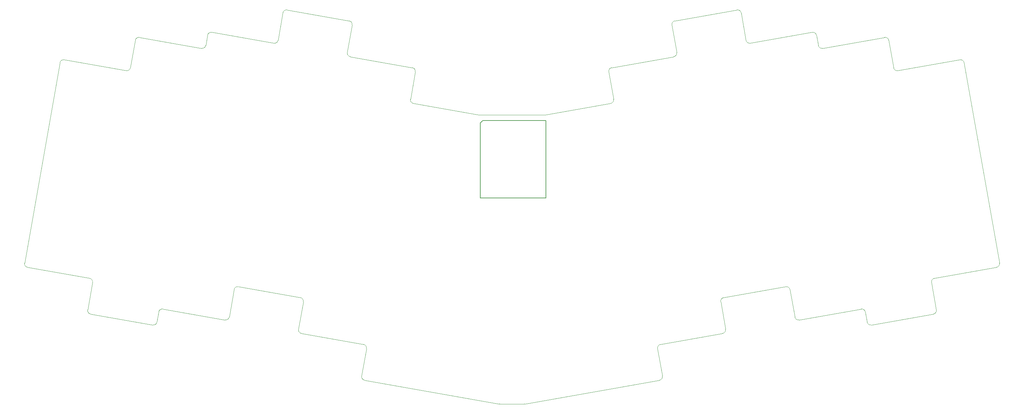
<source format=gbr>
%TF.GenerationSoftware,KiCad,Pcbnew,7.0.5*%
%TF.CreationDate,2023-10-19T00:16:17+09:00*%
%TF.ProjectId,keyboard_011 rev.2.0,6b657962-6f61-4726-945f-303131207265,Rev.2.0*%
%TF.SameCoordinates,Original*%
%TF.FileFunction,Profile,NP*%
%FSLAX46Y46*%
G04 Gerber Fmt 4.6, Leading zero omitted, Abs format (unit mm)*
G04 Created by KiCad (PCBNEW 7.0.5) date 2023-10-19 00:16:17*
%MOMM*%
%LPD*%
G01*
G04 APERTURE LIST*
%TA.AperFunction,Profile*%
%ADD10C,0.100000*%
%TD*%
%ADD11C,0.127000*%
G04 APERTURE END LIST*
D10*
X27264428Y5883837D02*
G75*
G03*
X26453390Y7042259I-984628J173763D01*
G01*
X123761286Y-15373068D02*
G75*
G03*
X124572463Y-14214685I-173586J984768D01*
G01*
X-47446513Y15237865D02*
X-30655570Y12277741D01*
X206318384Y70708434D02*
X215894751Y16396319D01*
X-30339598Y2549251D02*
X-13550056Y-411434D01*
X159133187Y9193072D02*
G75*
G03*
X157974611Y10004202I-984887J-173772D01*
G01*
X56790866Y69396972D02*
X40000973Y72357417D01*
X185903828Y76781520D02*
G75*
G03*
X184745330Y77592672I-984928J-173820D01*
G01*
X43064524Y-14214674D02*
G75*
G03*
X43875747Y-15373136I984976J-173526D01*
G01*
X110846178Y69396994D02*
G75*
G03*
X110035006Y68238580I173622J-984794D01*
G01*
X80499249Y-21815340D02*
X83818524Y-21815342D01*
X1322056Y78162534D02*
X842079Y75441954D01*
X7197067Y1781952D02*
X8503911Y9193061D01*
X215083562Y15237857D02*
G75*
G03*
X215894750Y16396319I-173662J984843D01*
G01*
X19269756Y76012968D02*
X2480510Y78973601D01*
X157974611Y10004203D02*
X141183657Y7042251D01*
X6038613Y970758D02*
G75*
G03*
X7197067Y1781952I173687J984742D01*
G01*
X39189813Y73515885D02*
X40496597Y80926540D01*
X140372563Y5883833D02*
X141679019Y-1526383D01*
X-29844365Y11119343D02*
X-31150756Y3707638D01*
X197976647Y2549237D02*
G75*
G03*
X198787799Y3707644I-173747J984863D01*
G01*
X-31150788Y3707644D02*
G75*
G03*
X-30339598Y2549251I984588J-173744D01*
G01*
X166314988Y78162533D02*
X166794967Y75441956D01*
X40496569Y80926545D02*
G75*
G03*
X39685416Y82085011I-984669J173755D01*
G01*
X147208883Y76824170D02*
G75*
G03*
X148367291Y76012964I984617J173330D01*
G01*
X74796456Y56551028D02*
G75*
G03*
X74970102Y56535835I174044J989272D01*
G01*
X167953455Y74630902D02*
X184745330Y77592672D01*
X25957997Y-1526377D02*
G75*
G03*
X26769210Y-2684821I985103J-173423D01*
G01*
X178389612Y3931469D02*
X161598430Y970804D01*
X19269749Y76012927D02*
G75*
G03*
X20428229Y76824167I173751J984673D01*
G01*
X-37522887Y71519595D02*
G75*
G03*
X-38681338Y70708437I-173513J-984995D01*
G01*
X-38681338Y70708437D02*
X-48257708Y16396321D01*
X160439978Y1781955D02*
X159133132Y9193062D01*
X87137798Y-21815345D02*
G75*
G03*
X87311442Y-21800142I-298J1002645D01*
G01*
X-10752566Y3931469D02*
X6038620Y970799D01*
X110529956Y59670189D02*
G75*
G03*
X111341137Y60828511I-173656J984811D01*
G01*
X39685416Y82085012D02*
X22893015Y85045575D01*
X127951631Y82085010D02*
X144744027Y85045573D01*
X74970102Y56535835D02*
X83818523Y56535832D01*
X80325605Y-21800148D02*
G75*
G03*
X80499249Y-21815340I173495J983048D01*
G01*
X-10752572Y3931433D02*
G75*
G03*
X-11910964Y3120615I-173628J-984833D01*
G01*
X145902471Y84234375D02*
X147208814Y76824158D01*
X92666943Y56535842D02*
G75*
G03*
X92840591Y56551033I-43J1000558D01*
G01*
X166314985Y78162532D02*
G75*
G03*
X165156535Y78973597I-984785J-173732D01*
G01*
X127636062Y72357478D02*
G75*
G03*
X128447235Y73515884I-173662J984822D01*
G01*
X188369105Y68559018D02*
X205159933Y71519601D01*
X140867837Y-2684815D02*
G75*
G03*
X141679018Y-1526383I-173637J984815D01*
G01*
X56295908Y60828514D02*
X57602040Y68238580D01*
X-316411Y74630901D02*
X-17108286Y77592675D01*
X2480507Y78973583D02*
G75*
G03*
X1322057Y78162534I-173607J-984883D01*
G01*
X27264481Y5883828D02*
X25958028Y-1526382D01*
X44371309Y-6803628D02*
X43064586Y-14214685D01*
X123265734Y-6803634D02*
X124572463Y-14214685D01*
X197976645Y2549249D02*
X181187105Y-411433D01*
X124076904Y-5645110D02*
G75*
G03*
X123265735Y-6803634I173596J-984790D01*
G01*
X110846182Y69396973D02*
X127636073Y72357416D01*
X74796455Y56551023D02*
X57107078Y59670113D01*
X-48257732Y16396325D02*
G75*
G03*
X-47446513Y15237866I984832J-173625D01*
G01*
X21734577Y84234374D02*
X20428229Y76824167D01*
X215083560Y15237870D02*
X198292616Y12277741D01*
X198292619Y12277722D02*
G75*
G03*
X197481408Y11119349I173481J-984722D01*
G01*
X-12391641Y399424D02*
X-11910965Y3120615D01*
X127951625Y82085046D02*
G75*
G03*
X127140451Y80926543I173675J-984846D01*
G01*
X9662430Y10004176D02*
G75*
G03*
X8503912Y9193061I-173730J-984776D01*
G01*
X43875747Y-15373136D02*
X80325605Y-21800145D01*
X180028743Y399434D02*
G75*
G03*
X181187105Y-411432I984557J173666D01*
G01*
X-29844393Y11119348D02*
G75*
G03*
X-30655570Y12277740I-985007J173452D01*
G01*
X-20732068Y68558983D02*
G75*
G03*
X-19573610Y69370176I173568J984917D01*
G01*
X123761298Y-15373136D02*
X87311442Y-21800142D01*
X92840591Y56551033D02*
X110529968Y59670119D01*
X206318406Y70708438D02*
G75*
G03*
X205159933Y71519600I-984806J-173638D01*
G01*
X22893014Y85045569D02*
G75*
G03*
X21734577Y84234374I-173514J-984969D01*
G01*
X111341138Y60828511D02*
X110035005Y68238580D01*
X128447236Y73515884D02*
X127140451Y80926543D01*
X197481408Y11119349D02*
X198787800Y3707644D01*
X-18266792Y76781524D02*
X-19573610Y69370176D01*
X57602027Y68238582D02*
G75*
G03*
X56790866Y69396971I-984627J173718D01*
G01*
X148367291Y76012964D02*
X165156535Y78973597D01*
X145902500Y84234380D02*
G75*
G03*
X144744027Y85045572I-985000J-173880D01*
G01*
X87137798Y-21815341D02*
X83818524Y-21815342D01*
X141183645Y7042321D02*
G75*
G03*
X140372563Y5883833I173755J-984821D01*
G01*
X160439972Y1781954D02*
G75*
G03*
X161598430Y970804I984728J173546D01*
G01*
X-17108280Y77592710D02*
G75*
G03*
X-18266792Y76781524I-173620J-984910D01*
G01*
X-20732062Y68559016D02*
X-37522886Y71519601D01*
X185903838Y76781522D02*
X187210657Y69370174D01*
X26769210Y-2684821D02*
X43560126Y-5645179D01*
X92666943Y56535834D02*
X83818523Y56535832D01*
X140867838Y-2684821D02*
X124076916Y-5645178D01*
X9662434Y10004200D02*
X26453390Y7042259D01*
X180028690Y399425D02*
X179548012Y3120610D01*
X-316417Y74630869D02*
G75*
G03*
X842079Y75441954I173817J984631D01*
G01*
X187210652Y69370173D02*
G75*
G03*
X188369105Y68559019I984648J173427D01*
G01*
X179548040Y3120615D02*
G75*
G03*
X178389612Y3931469I-984940J-174215D01*
G01*
X44371274Y-6803622D02*
G75*
G03*
X43560126Y-5645179I-984974J173522D01*
G01*
X-13550061Y-411461D02*
G75*
G03*
X-12391642Y399424I173761J984661D01*
G01*
X56295946Y60828507D02*
G75*
G03*
X57107078Y59670113I984654J-173707D01*
G01*
X39189782Y73515890D02*
G75*
G03*
X40000973Y72357418I984618J-173790D01*
G01*
X166795029Y75441967D02*
G75*
G03*
X167953455Y74630903I984571J173433D01*
G01*
D11*
%TO.C,U0*%
X75197900Y54371220D02*
X75197900Y34043600D01*
X75197900Y34043600D02*
X92995680Y34043600D01*
X75868460Y55041780D02*
X75197900Y54371220D01*
X92995680Y55041780D02*
X75868460Y55041780D01*
X92995680Y34043600D02*
X92995680Y55041780D01*
%TD*%
M02*

</source>
